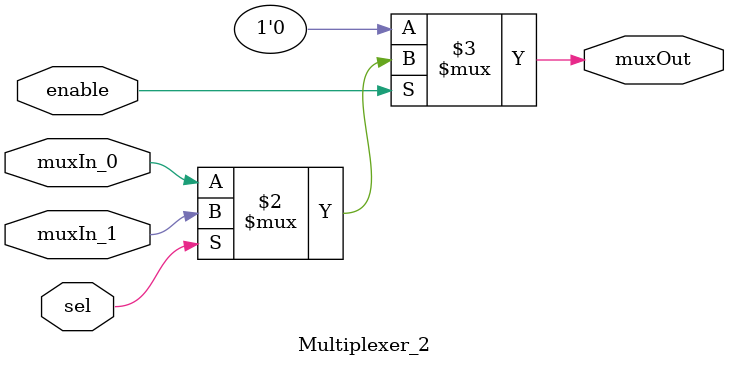
<source format=v>
/******************************************************************************
 **                                                                          **
 ** Component : Multiplexer_2                                                **
 **                                                                          **
 ** Refactored 03.12.2023 Ronny Hansen                                       **
 *****************************************************************************/
/* */

module Multiplexer_2( input wire enable,
                      input wire muxIn_0,
                      input wire muxIn_1,                      
                      input wire sel,
                      output wire muxOut
                      );   
      assign muxOut = (enable == 1'b0) ? 1'b0 : (sel ? muxIn_1 : muxIn_0);
endmodule

</source>
